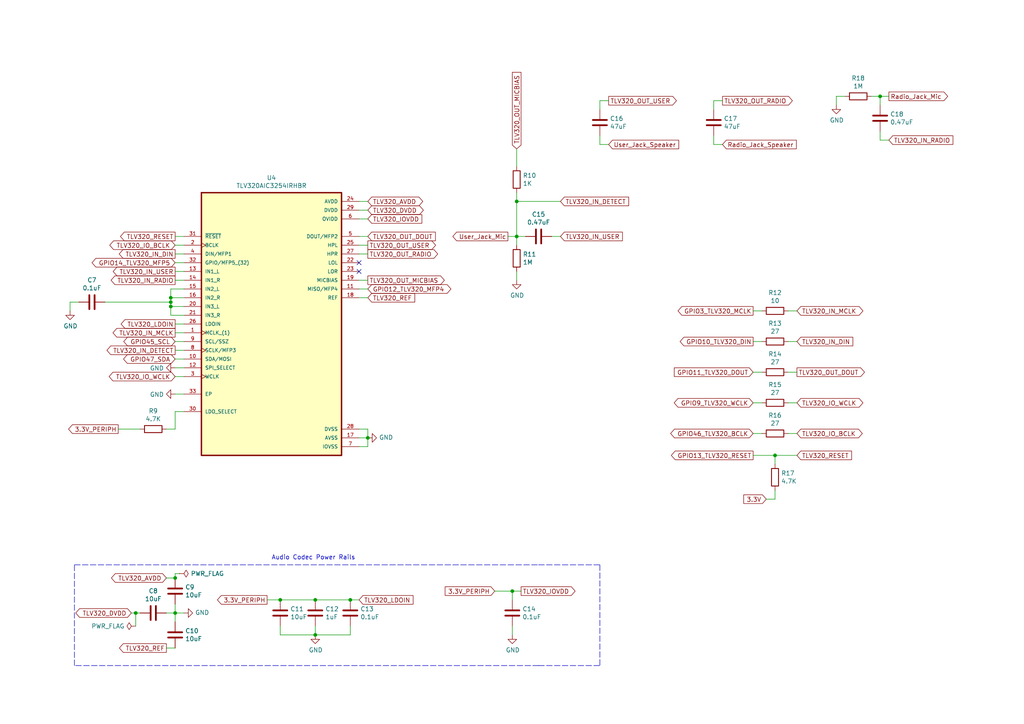
<source format=kicad_sch>
(kicad_sch (version 20211123) (generator eeschema)
  (paper "A4")
  (lib_symbols
    (symbol "Device:C" (pin_numbers hide) (pin_names (offset 0.254))
      (property "Reference" "C" (at 0.635 2.54 0))
      (property "Value" "C" (at 0.635 -2.54 0))
      (symbol "C_0_1"
        (polyline (pts (xy -2.032 -0.762) (xy 2.032 -0.762)) (stroke (width 0.508)))
        (polyline (pts (xy -2.032 0.762) (xy 2.032 0.762)) (stroke (width 0.508)))
      )
      (symbol "C_1_1"
        (pin passive line (at 0 3.81 270) (length 2.794) (name "~") (number "1"))
        (pin passive line (at 0 -3.81 90) (length 2.794) (name "~") (number "2"))
      )
    )
    (symbol "Device:R" (pin_numbers hide) (pin_names (offset 0))
      (property "Reference" "R" (at 2.032 0 90))
      (property "Value" "R" (at 0 0 90))
      (symbol "R_0_1"
        (rectangle (start -1.016 -2.54) (end 1.016 2.54) (stroke (width 0.254)))
      )
      (symbol "R_1_1"
        (pin passive line (at 0 3.81 270) (length 1.27) (name "~") (number "1"))
        (pin passive line (at 0 -3.81 90) (length 1.27) (name "~") (number "2"))
      )
    )
    (symbol "TLV320AIC3254IRHBR:TLV320AIC3254IRHBR" (pin_names (offset 1.016))
      (property "Reference" "U" (at -20.32 39.0906 0))
      (property "Value" "TLV320AIC3254IRHBR" (at -20.32 -42.0878 0))
      (symbol "TLV320AIC3254IRHBR_0_0"
        (rectangle (start -20.32 -38.1) (end 20.32 38.1) (stroke (width 0.4064)) (fill (type background)))
        (pin input clock (at -25.4 -2.54 0) (length 5.08) (name "MCLK_(1)") (number "1"))
        (pin input line (at -25.4 -10.16 0) (length 5.08) (name "SDA/MOSI") (number "10"))
        (pin output line (at 25.4 10.16 180) (length 5.08) (name "MISO/MFP4") (number "11"))
        (pin input line (at -25.4 -12.7 0) (length 5.08) (name "SPI_SELECT") (number "12"))
        (pin input line (at -25.4 15.24 0) (length 5.08) (name "IN1_L") (number "13"))
        (pin input line (at -25.4 12.7 0) (length 5.08) (name "IN1_R") (number "14"))
        (pin input line (at -25.4 10.16 0) (length 5.08) (name "IN2_L") (number "15"))
        (pin input line (at -25.4 7.62 0) (length 5.08) (name "IN2_R") (number "16"))
        (pin power_in line (at 25.4 -33.02 180) (length 5.08) (name "AVSS") (number "17"))
        (pin output line (at 25.4 7.62 180) (length 5.08) (name "REF") (number "18"))
        (pin output line (at 25.4 12.7 180) (length 5.08) (name "MICBIAS") (number "19"))
        (pin input clock (at -25.4 22.86 0) (length 5.08) (name "BCLK") (number "2"))
        (pin input line (at -25.4 5.08 0) (length 5.08) (name "IN3_L") (number "20"))
        (pin input line (at -25.4 2.54 0) (length 5.08) (name "IN3_R") (number "21"))
        (pin output line (at 25.4 17.78 180) (length 5.08) (name "LOL") (number "22"))
        (pin output line (at 25.4 15.24 180) (length 5.08) (name "LOR") (number "23"))
        (pin power_in line (at 25.4 35.56 180) (length 5.08) (name "AVDD") (number "24"))
        (pin output line (at 25.4 22.86 180) (length 5.08) (name "HPL") (number "25"))
        (pin input line (at -25.4 0 0) (length 5.08) (name "LDOIN") (number "26"))
        (pin output line (at 25.4 20.32 180) (length 5.08) (name "HPR") (number "27"))
        (pin power_in line (at 25.4 -30.48 180) (length 5.08) (name "DVSS") (number "28"))
        (pin power_in line (at 25.4 33.02 180) (length 5.08) (name "DVDD") (number "29"))
        (pin input clock (at -25.4 -15.24 0) (length 5.08) (name "WCLK") (number "3"))
        (pin bidirectional line (at -25.4 -25.4 0) (length 5.08) (name "LDO_SELECT") (number "30"))
        (pin input line (at -25.4 25.4 0) (length 5.08) (name "~{RESET}") (number "31"))
        (pin input line (at -25.4 17.78 0) (length 5.08) (name "GPIO/MFP5_(32)") (number "32"))
        (pin bidirectional line (at -25.4 -20.32 0) (length 5.08) (name "EP") (number "33"))
        (pin input line (at -25.4 20.32 0) (length 5.08) (name "DIN/MFP1") (number "4"))
        (pin output line (at 25.4 25.4 180) (length 5.08) (name "DOUT/MFP2") (number "5"))
        (pin power_in line (at 25.4 30.48 180) (length 5.08) (name "OVIDD") (number "6"))
        (pin power_in line (at 25.4 -35.56 180) (length 5.08) (name "IOVSS") (number "7"))
        (pin input clock (at -25.4 -7.62 0) (length 5.08) (name "SCLK/MFP3") (number "8"))
        (pin input line (at -25.4 -5.08 0) (length 5.08) (name "SCL/SSZ") (number "9"))
      )
    )
    (symbol "power:GND" (power) (pin_names (offset 0))
      (property "Value" "GND" (at 0 -3.81 0))
      (symbol "GND_0_1"
        (polyline (pts (xy 0 0) (xy 0 -1.27) (xy 1.27 -1.27) (xy 0 -2.54) (xy -1.27 -1.27) (xy 0 -1.27)))
      )
      (symbol "GND_1_1"
        (pin power_in line (at 0 0 270) (length 0) hide (name "GND") (number "1"))
      )
    )
    (symbol "power:PWR_FLAG" (power) (pin_numbers hide) (pin_names (offset 0) hide)
      (property "Value" "PWR_FLAG" (at 0 3.81 0))
      (symbol "PWR_FLAG_0_0"
        (pin power_out line (at 0 0 90) (length 0) (name "pwr") (number "1"))
      )
      (symbol "PWR_FLAG_0_1"
        (polyline (pts (xy 0 0) (xy 0 1.27) (xy -1.016 1.905) (xy 0 2.54) (xy 1.016 1.905) (xy 0 1.27)))
      )
    )
  )
  (junction (at 49.53 88.9))
  (junction (at 224.79 132.08))
  (junction (at 148.59 171.45))
  (junction (at 50.8 167.64))
  (junction (at 49.53 86.36))
  (junction (at 49.53 87.63))
  (junction (at 39.37 177.8))
  (junction (at 149.86 68.58))
  (junction (at 149.86 58.42))
  (junction (at 50.8 177.8))
  (junction (at 91.44 173.99))
  (junction (at 91.44 184.15))
  (junction (at 101.6 173.99))
  (junction (at 255.27 27.94))
  (junction (at 106.68 127))
  (junction (at 81.28 173.99))
  (no_connect (at 104.14 78.74))
  (no_connect (at 104.14 76.2))
  (wire (pts (xy 255.27 30.48) (xy 255.27 27.94)))
  (wire (pts (xy 50.8 78.74) (xy 53.34 78.74)))
  (wire (pts (xy 106.68 73.66) (xy 104.14 73.66)))
  (wire (pts (xy 104.14 129.54) (xy 106.68 129.54)))
  (wire (pts (xy 148.59 171.45) (xy 151.13 171.45)))
  (wire (pts (xy 101.6 181.61) (xy 101.6 184.15)))
  (wire (pts (xy 162.56 58.42) (xy 149.86 58.42)))
  (wire (pts (xy 104.14 63.5) (xy 106.68 63.5)))
  (wire (pts (xy 207.01 41.91) (xy 209.55 41.91)))
  (wire (pts (xy 104.14 127) (xy 106.68 127)))
  (wire (pts (xy 49.53 86.36) (xy 49.53 87.63)))
  (wire (pts (xy 147.32 68.58) (xy 149.86 68.58)))
  (wire (pts (xy 224.79 144.78) (xy 224.79 142.24)))
  (wire (pts (xy 106.68 129.54) (xy 106.68 127)))
  (wire (pts (xy 222.25 144.78) (xy 224.79 144.78)))
  (polyline (pts (xy 156.21 193.04) (xy 21.59 193.04)))
  (wire (pts (xy 218.44 132.08) (xy 224.79 132.08)))
  (wire (pts (xy 40.64 124.46) (xy 34.29 124.46)))
  (wire (pts (xy 104.14 58.42) (xy 106.68 58.42)))
  (wire (pts (xy 104.14 124.46) (xy 106.68 124.46)))
  (wire (pts (xy 218.44 116.84) (xy 220.98 116.84)))
  (wire (pts (xy 149.86 55.88) (xy 149.86 58.42)))
  (wire (pts (xy 106.68 60.96) (xy 104.14 60.96)))
  (wire (pts (xy 53.34 68.58) (xy 50.8 68.58)))
  (wire (pts (xy 50.8 73.66) (xy 53.34 73.66)))
  (wire (pts (xy 152.4 68.58) (xy 149.86 68.58)))
  (wire (pts (xy 81.28 173.99) (xy 77.47 173.99)))
  (wire (pts (xy 220.98 125.73) (xy 218.44 125.73)))
  (wire (pts (xy 173.99 29.21) (xy 173.99 31.75)))
  (wire (pts (xy 149.86 58.42) (xy 149.86 68.58)))
  (wire (pts (xy 50.8 177.8) (xy 53.34 177.8)))
  (wire (pts (xy 50.8 175.26) (xy 50.8 177.8)))
  (wire (pts (xy 20.32 87.63) (xy 20.32 90.17)))
  (wire (pts (xy 22.86 87.63) (xy 20.32 87.63)))
  (wire (pts (xy 50.8 187.96) (xy 48.26 187.96)))
  (wire (pts (xy 91.44 173.99) (xy 101.6 173.99)))
  (polyline (pts (xy 156.21 193.04) (xy 173.99 193.04)))
  (wire (pts (xy 53.34 83.82) (xy 49.53 83.82)))
  (wire (pts (xy 255.27 40.64) (xy 257.81 40.64)))
  (wire (pts (xy 81.28 184.15) (xy 81.28 181.61)))
  (wire (pts (xy 231.14 116.84) (xy 228.6 116.84)))
  (wire (pts (xy 53.34 106.68) (xy 50.8 106.68)))
  (wire (pts (xy 149.86 43.18) (xy 149.86 48.26)))
  (wire (pts (xy 218.44 99.06) (xy 220.98 99.06)))
  (wire (pts (xy 228.6 125.73) (xy 231.14 125.73)))
  (polyline (pts (xy 156.21 163.83) (xy 173.99 163.83)))
  (wire (pts (xy 39.37 177.8) (xy 38.1 177.8)))
  (wire (pts (xy 53.34 86.36) (xy 49.53 86.36)))
  (wire (pts (xy 228.6 99.06) (xy 231.14 99.06)))
  (wire (pts (xy 231.14 90.17) (xy 228.6 90.17)))
  (wire (pts (xy 143.51 171.45) (xy 148.59 171.45)))
  (wire (pts (xy 148.59 181.61) (xy 148.59 184.15)))
  (wire (pts (xy 173.99 39.37) (xy 173.99 41.91)))
  (wire (pts (xy 149.86 68.58) (xy 149.86 71.12)))
  (wire (pts (xy 104.14 86.36) (xy 106.68 86.36)))
  (polyline (pts (xy 21.59 163.83) (xy 156.21 163.83)))
  (wire (pts (xy 148.59 173.99) (xy 148.59 171.45)))
  (polyline (pts (xy 173.99 163.83) (xy 173.99 193.04)))
  (wire (pts (xy 50.8 99.06) (xy 53.34 99.06)))
  (wire (pts (xy 50.8 93.98) (xy 53.34 93.98)))
  (wire (pts (xy 49.53 87.63) (xy 49.53 88.9)))
  (wire (pts (xy 245.11 27.94) (xy 242.57 27.94)))
  (wire (pts (xy 104.14 173.99) (xy 101.6 173.99)))
  (wire (pts (xy 53.34 119.38) (xy 50.8 119.38)))
  (wire (pts (xy 91.44 184.15) (xy 81.28 184.15)))
  (wire (pts (xy 40.64 177.8) (xy 39.37 177.8)))
  (wire (pts (xy 104.14 83.82) (xy 106.68 83.82)))
  (wire (pts (xy 48.26 124.46) (xy 50.8 124.46)))
  (wire (pts (xy 53.34 81.28) (xy 50.8 81.28)))
  (wire (pts (xy 50.8 167.64) (xy 48.26 167.64)))
  (wire (pts (xy 255.27 27.94) (xy 257.81 27.94)))
  (wire (pts (xy 81.28 173.99) (xy 91.44 173.99)))
  (wire (pts (xy 104.14 71.12) (xy 106.68 71.12)))
  (wire (pts (xy 220.98 90.17) (xy 218.44 90.17)))
  (polyline (pts (xy 21.59 193.04) (xy 21.59 163.83)))
  (wire (pts (xy 30.48 87.63) (xy 49.53 87.63)))
  (wire (pts (xy 160.02 68.58) (xy 162.56 68.58)))
  (wire (pts (xy 104.14 81.28) (xy 106.68 81.28)))
  (wire (pts (xy 50.8 166.37) (xy 50.8 167.64)))
  (wire (pts (xy 53.34 76.2) (xy 50.8 76.2)))
  (wire (pts (xy 255.27 27.94) (xy 252.73 27.94)))
  (wire (pts (xy 101.6 184.15) (xy 91.44 184.15)))
  (wire (pts (xy 50.8 180.34) (xy 50.8 177.8)))
  (wire (pts (xy 224.79 134.62) (xy 224.79 132.08)))
  (wire (pts (xy 53.34 88.9) (xy 49.53 88.9)))
  (wire (pts (xy 48.26 177.8) (xy 50.8 177.8)))
  (wire (pts (xy 220.98 107.95) (xy 218.44 107.95)))
  (wire (pts (xy 106.68 124.46) (xy 106.68 127)))
  (wire (pts (xy 39.37 181.61) (xy 39.37 177.8)))
  (wire (pts (xy 53.34 71.12) (xy 50.8 71.12)))
  (wire (pts (xy 53.34 101.6) (xy 50.8 101.6)))
  (wire (pts (xy 52.07 166.37) (xy 50.8 166.37)))
  (wire (pts (xy 173.99 41.91) (xy 176.53 41.91)))
  (wire (pts (xy 49.53 88.9) (xy 49.53 91.44)))
  (wire (pts (xy 53.34 109.22) (xy 50.8 109.22)))
  (wire (pts (xy 49.53 91.44) (xy 53.34 91.44)))
  (wire (pts (xy 224.79 132.08) (xy 231.14 132.08)))
  (wire (pts (xy 149.86 81.28) (xy 149.86 78.74)))
  (wire (pts (xy 106.68 68.58) (xy 104.14 68.58)))
  (wire (pts (xy 255.27 38.1) (xy 255.27 40.64)))
  (wire (pts (xy 228.6 107.95) (xy 231.14 107.95)))
  (wire (pts (xy 53.34 114.3) (xy 50.8 114.3)))
  (wire (pts (xy 176.53 29.21) (xy 173.99 29.21)))
  (wire (pts (xy 207.01 29.21) (xy 207.01 31.75)))
  (wire (pts (xy 207.01 39.37) (xy 207.01 41.91)))
  (wire (pts (xy 53.34 104.14) (xy 50.8 104.14)))
  (wire (pts (xy 49.53 83.82) (xy 49.53 86.36)))
  (wire (pts (xy 91.44 184.15) (xy 91.44 181.61)))
  (wire (pts (xy 50.8 124.46) (xy 50.8 119.38)))
  (wire (pts (xy 209.55 29.21) (xy 207.01 29.21)))
  (wire (pts (xy 53.34 96.52) (xy 50.8 96.52)))
  (wire (pts (xy 242.57 27.94) (xy 242.57 30.48)))
  (text "Audio Codec Power Rails" (at 78.74 162.56 0) (effects (font (size 1.27 1.27)) (justify left bottom)))
  (global_label "TLV320_IN_USER" (shape input) (at 162.56 68.58 0) (property "Intersheet References" "${INTERSHEET_REFS}" (effects hide)))
  (global_label "TLV320_IN_MCLK" (shape bidirectional) (at 231.14 90.17 0) (property "Intersheet References" "${INTERSHEET_REFS}" (effects hide)))
  (global_label "GPIO13_TLV320_RESET" (shape output) (at 218.44 132.08 180) (property "Intersheet References" "${INTERSHEET_REFS}" (effects hide)))
  (global_label "TLV320_AVDD" (shape bidirectional) (at 106.68 58.42 0) (property "Intersheet References" "${INTERSHEET_REFS}" (effects hide)))
  (global_label "User_Jack_Mic" (shape output) (at 147.32 68.58 180) (property "Intersheet References" "${INTERSHEET_REFS}" (effects hide)))
  (global_label "TLV320_IO_BCLK" (shape bidirectional) (at 50.8 71.12 180) (property "Intersheet References" "${INTERSHEET_REFS}" (effects hide)))
  (global_label "Radio_Jack_Speaker" (shape input) (at 209.55 41.91 0) (property "Intersheet References" "${INTERSHEET_REFS}" (effects hide)))
  (global_label "TLV320_IO_BCLK" (shape bidirectional) (at 231.14 125.73 0) (property "Intersheet References" "${INTERSHEET_REFS}" (effects hide)))
  (global_label "TLV320_OUT_USER" (shape output) (at 106.68 71.12 0) (property "Intersheet References" "${INTERSHEET_REFS}" (effects hide)))
  (global_label "3.3V" (shape input) (at 222.25 144.78 180) (property "Intersheet References" "${INTERSHEET_REFS}" (effects hide)))
  (global_label "TLV320_RESET" (shape input) (at 231.14 132.08 0) (property "Intersheet References" "${INTERSHEET_REFS}" (effects hide)))
  (global_label "TLV320_REF" (shape output) (at 48.26 187.96 180) (property "Intersheet References" "${INTERSHEET_REFS}" (effects hide)))
  (global_label "TLV320_IN_MCLK" (shape output) (at 50.8 96.52 180) (property "Intersheet References" "${INTERSHEET_REFS}" (effects hide)))
  (global_label "TLV320_LDOIN" (shape output) (at 50.8 93.98 180) (property "Intersheet References" "${INTERSHEET_REFS}" (effects hide)))
  (global_label "GPIO9_TLV320_WCLK" (shape bidirectional) (at 218.44 116.84 180) (property "Intersheet References" "${INTERSHEET_REFS}" (effects hide)))
  (global_label "TLV320_REF" (shape input) (at 106.68 86.36 0) (property "Intersheet References" "${INTERSHEET_REFS}" (effects hide)))
  (global_label "TLV320_IN_DETECT" (shape input) (at 162.56 58.42 0) (property "Intersheet References" "${INTERSHEET_REFS}" (effects hide)))
  (global_label "GPIO46_TLV320_BCLK" (shape bidirectional) (at 218.44 125.73 180) (property "Intersheet References" "${INTERSHEET_REFS}" (effects hide)))
  (global_label "TLV320_IOVDD" (shape output) (at 151.13 171.45 0) (property "Intersheet References" "${INTERSHEET_REFS}" (effects hide)))
  (global_label "TLV320_RESET" (shape output) (at 50.8 68.58 180) (property "Intersheet References" "${INTERSHEET_REFS}" (effects hide)))
  (global_label "GPIO47_SDA" (shape bidirectional) (at 50.8 104.14 180) (property "Intersheet References" "${INTERSHEET_REFS}" (effects hide)))
  (global_label "TLV320_IO_WCLK" (shape bidirectional) (at 231.14 116.84 0) (property "Intersheet References" "${INTERSHEET_REFS}" (effects hide)))
  (global_label "GPIO14_TLV320_MFP5" (shape bidirectional) (at 50.8 76.2 180) (property "Intersheet References" "${INTERSHEET_REFS}" (effects hide)))
  (global_label "TLV320_DVDD" (shape bidirectional) (at 38.1 177.8 180) (property "Intersheet References" "${INTERSHEET_REFS}" (effects hide)))
  (global_label "GPIO45_SCL" (shape bidirectional) (at 50.8 99.06 180) (property "Intersheet References" "${INTERSHEET_REFS}" (effects hide)))
  (global_label "TLV320_IN_DIN" (shape output) (at 50.8 73.66 180) (property "Intersheet References" "${INTERSHEET_REFS}" (effects hide)))
  (global_label "TLV320_OUT_USER" (shape output) (at 176.53 29.21 0) (property "Intersheet References" "${INTERSHEET_REFS}" (effects hide)))
  (global_label "TLV320_OUT_MICBIAS" (shape output) (at 106.68 81.28 0) (property "Intersheet References" "${INTERSHEET_REFS}" (effects hide)))
  (global_label "GPIO3_TLV320_MCLK" (shape output) (at 218.44 90.17 180) (property "Intersheet References" "${INTERSHEET_REFS}" (effects hide)))
  (global_label "TLV320_IN_RADIO" (shape input) (at 257.81 40.64 0) (property "Intersheet References" "${INTERSHEET_REFS}" (effects hide)))
  (global_label "TLV320_IO_WCLK" (shape bidirectional) (at 50.8 109.22 180) (property "Intersheet References" "${INTERSHEET_REFS}" (effects hide)))
  (global_label "TLV320_IOVDD" (shape input) (at 106.68 63.5 0) (property "Intersheet References" "${INTERSHEET_REFS}" (effects hide)))
  (global_label "Radio_Jack_Mic" (shape output) (at 257.81 27.94 0) (property "Intersheet References" "${INTERSHEET_REFS}" (effects hide)))
  (global_label "TLV320_OUT_DOUT" (shape input) (at 106.68 68.58 0) (property "Intersheet References" "${INTERSHEET_REFS}" (effects hide)))
  (global_label "TLV320_OUT_DOUT" (shape output) (at 231.14 107.95 0) (property "Intersheet References" "${INTERSHEET_REFS}" (effects hide)))
  (global_label "3.3V_PERIPH" (shape output) (at 34.29 124.46 180) (property "Intersheet References" "${INTERSHEET_REFS}" (effects hide)))
  (global_label "TLV320_IN_USER" (shape output) (at 50.8 78.74 180) (property "Intersheet References" "${INTERSHEET_REFS}" (effects hide)))
  (global_label "3.3V_PERIPH" (shape output) (at 77.47 173.99 180) (property "Intersheet References" "${INTERSHEET_REFS}" (effects hide)))
  (global_label "TLV320_DVDD" (shape bidirectional) (at 106.68 60.96 0) (property "Intersheet References" "${INTERSHEET_REFS}" (effects hide)))
  (global_label "TLV320_IN_RADIO" (shape output) (at 50.8 81.28 180) (property "Intersheet References" "${INTERSHEET_REFS}" (effects hide)))
  (global_label "TLV320_OUT_MICBIAS" (shape input) (at 149.86 43.18 90) (property "Intersheet References" "${INTERSHEET_REFS}" (effects hide)))
  (global_label "User_Jack_Speaker" (shape input) (at 176.53 41.91 0) (property "Intersheet References" "${INTERSHEET_REFS}" (effects hide)))
  (global_label "TLV320_IN_DETECT" (shape output) (at 50.8 101.6 180) (property "Intersheet References" "${INTERSHEET_REFS}" (effects hide)))
  (global_label "GPIO11_TLV320_DOUT" (shape input) (at 218.44 107.95 180) (property "Intersheet References" "${INTERSHEET_REFS}" (effects hide)))
  (global_label "GPIO10_TLV320_DIN" (shape output) (at 218.44 99.06 180) (property "Intersheet References" "${INTERSHEET_REFS}" (effects hide)))
  (global_label "TLV320_IN_DIN" (shape input) (at 231.14 99.06 0) (property "Intersheet References" "${INTERSHEET_REFS}" (effects hide)))
  (global_label "TLV320_LDOIN" (shape input) (at 104.14 173.99 0) (property "Intersheet References" "${INTERSHEET_REFS}" (effects hide)))
  (global_label "TLV320_AVDD" (shape bidirectional) (at 48.26 167.64 180) (property "Intersheet References" "${INTERSHEET_REFS}" (effects hide)))
  (global_label "TLV320_OUT_RADIO" (shape output) (at 209.55 29.21 0) (property "Intersheet References" "${INTERSHEET_REFS}" (effects hide)))
  (global_label "TLV320_OUT_RADIO" (shape output) (at 106.68 73.66 0) (property "Intersheet References" "${INTERSHEET_REFS}" (effects hide)))
  (global_label "GPIO12_TLV320_MFP4" (shape bidirectional) (at 106.68 83.82 0) (property "Intersheet References" "${INTERSHEET_REFS}" (effects hide)))
  (global_label "3.3V_PERIPH" (shape input) (at 143.51 171.45 180) (property "Intersheet References" "${INTERSHEET_REFS}" (effects hide)))
  (symbol (lib_id "Device:C") (at 91.44 177.8 0) (unit 1)
    (property "Reference" "C12" (at 94.361 176.6316 0) (effects (justify left)))
    (property "Value" "1uF" (at 94.361 178.943 0) (effects (justify left)))
    (property "Footprint" "Capacitor_SMD:C_0402_1005Metric" (effects hide))
    (property "Datasheet" "https://datasheet.lcsc.com/lcsc/1810191214_Samsung-Electro-Mechanics-CL05A105KP5NNNC_C14445.pdf" (effects hide))
    (property "LCSC" "C14445" (effects hide))
  )
  (symbol (lib_id "Device:R") (at 149.86 52.07 0) (unit 1)
    (property "Reference" "R10" (at 151.638 50.9016 0) (effects (justify left)))
    (property "Value" "1K" (at 151.638 53.213 0) (effects (justify left)))
    (property "Footprint" "Resistor_SMD:R_0402_1005Metric" (effects hide))
    (property "Datasheet" "https://datasheet.lcsc.com/lcsc/2110260430_UNI-ROYAL-Uniroyal-Elec-0402WGF1021TCE_C85373.pdf" (effects hide))
    (property "LCSC" "C85373" (effects hide))
  )
  (symbol (lib_id "power:GND") (at 242.57 30.48 0) (unit 1)
    (property "Reference" "#PWR020" (effects hide))
    (property "Value" "GND" (at 242.697 34.8742 0))
  )
  (symbol (lib_id "power:PWR_FLAG") (at 39.37 181.61 90) (unit 1)
    (property "Reference" "#FLG03" (effects hide))
    (property "Value" "PWR_FLAG" (at 36.1442 181.61 90) (effects (justify left)))
  )
  (symbol (lib_id "Device:R") (at 224.79 125.73 270) (unit 1)
    (property "Reference" "R16" (at 224.79 120.4722 90))
    (property "Value" "27" (at 224.79 122.7836 90))
    (property "Footprint" "Resistor_SMD:R_0402_1005Metric" (effects hide))
    (property "Datasheet" "https://datasheet.lcsc.com/lcsc/2110260230_UNI-ROYAL-Uniroyal-Elec-0402WGF274JTCE_C31439.pdf" (effects hide))
    (property "LCSC" "C31439" (effects hide))
  )
  (symbol (lib_id "TLV320AIC3254IRHBR:TLV320AIC3254IRHBR") (at 78.74 93.98 0) (unit 1)
    (property "Reference" "U4" (at 78.74 51.562 0))
    (property "Value" "TLV320AIC3254IRHBR" (at 78.74 53.8734 0))
    (property "Footprint" "ezDV_production:IC_ADS125H01IRHBT" (effects hide))
    (property "Datasheet" "https://www.ti.com/cn/lit/ds/symlink/tlv320aic3254.pdf?ts=1651153824042" (effects hide))
    (property "LCSC" "C9925" (effects hide))
  )
  (symbol (lib_id "power:GND") (at 20.32 90.17 0) (unit 1)
    (property "Reference" "#PWR012" (effects hide))
    (property "Value" "GND" (at 20.447 94.5642 0))
  )
  (symbol (lib_id "Device:C") (at 156.21 68.58 90) (unit 1)
    (property "Reference" "C15" (at 156.21 62.1792 90))
    (property "Value" "0.47uF" (at 156.21 64.4906 90))
    (property "Footprint" "Capacitor_SMD:C_0402_1005Metric" (effects hide))
    (property "Datasheet" "https://datasheet.lcsc.com/lcsc/1810191214_Samsung-Electro-Mechanics-CL05A474KP5NNNC-_C47339.pdf" (effects hide))
    (property "LCSC" "C47339" (effects hide))
  )
  (symbol (lib_id "Device:R") (at 224.79 138.43 0) (unit 1)
    (property "Reference" "R17" (at 226.568 137.2616 0) (effects (justify left)))
    (property "Value" "4.7K" (at 226.568 139.573 0) (effects (justify left)))
    (property "Footprint" "Resistor_SMD:R_0603_1608Metric" (effects hide))
    (property "Datasheet" "https://datasheet.lcsc.com/lcsc/1810231411_YAGEO-RC0603FR-074K7L_C99782.pdf" (effects hide))
    (property "LCSC" "C99782" (effects hide))
  )
  (symbol (lib_id "power:GND") (at 53.34 177.8 90) (unit 1)
    (property "Reference" "#PWR015" (effects hide))
    (property "Value" "GND" (at 56.5912 177.673 90) (effects (justify right)))
  )
  (symbol (lib_id "Device:R") (at 224.79 90.17 270) (unit 1)
    (property "Reference" "R12" (at 224.79 84.9122 90))
    (property "Value" "10" (at 224.79 87.2236 90))
    (property "Footprint" "Resistor_SMD:R_0402_1005Metric" (effects hide))
    (property "Datasheet" "https://datasheet.lcsc.com/lcsc/2110252230_UNI-ROYAL-Uniroyal-Elec-0402WGF100JTCE_C25077.pdf" (effects hide))
    (property "LCSC" "C25077" (effects hide))
  )
  (symbol (lib_id "Device:C") (at 50.8 171.45 0) (unit 1)
    (property "Reference" "C9" (at 53.721 170.2816 0) (effects (justify left)))
    (property "Value" "10uF" (at 53.721 172.593 0) (effects (justify left)))
    (property "Footprint" "Capacitor_SMD:C_0402_1005Metric" (effects hide))
    (property "Datasheet" "https://datasheet.lcsc.com/lcsc/2007131004_Samsung-Electro-Mechanics-CL05A106MP5NUNC_C315248.pdf" (effects hide))
    (property "LCSC" "C315248" (effects hide))
  )
  (symbol (lib_id "Device:C") (at 207.01 35.56 0) (unit 1)
    (property "Reference" "C17" (at 209.931 34.3916 0) (effects (justify left)))
    (property "Value" "47uF" (at 209.931 36.703 0) (effects (justify left)))
    (property "Footprint" "Capacitor_SMD:C_0603_1608Metric" (effects hide))
    (property "Datasheet" "https://datasheet.lcsc.com/lcsc/1811081617_Murata-Electronics-GRM188R60J476ME15D_C140782.pdf" (effects hide))
    (property "LCSC" "C140782" (effects hide))
  )
  (symbol (lib_id "Device:C") (at 173.99 35.56 0) (unit 1)
    (property "Reference" "C16" (at 176.911 34.3916 0) (effects (justify left)))
    (property "Value" "47uF" (at 176.911 36.703 0) (effects (justify left)))
    (property "Footprint" "Capacitor_SMD:C_0603_1608Metric" (effects hide))
    (property "Datasheet" "https://datasheet.lcsc.com/lcsc/1811081617_Murata-Electronics-GRM188R60J476ME15D_C140782.pdf" (effects hide))
    (property "LCSC" "C140782" (effects hide))
  )
  (symbol (lib_id "Device:C") (at 148.59 177.8 0) (unit 1)
    (property "Reference" "C14" (at 151.511 176.6316 0) (effects (justify left)))
    (property "Value" "0.1uF" (at 151.511 178.943 0) (effects (justify left)))
    (property "Footprint" "Capacitor_SMD:C_0402_1005Metric" (effects hide))
    (property "Datasheet" "https://datasheet.lcsc.com/lcsc/1810191219_Samsung-Electro-Mechanics-CL05B104KO5NNNC_C1525.pdf" (effects hide))
    (property "LCSC" "C1525" (effects hide))
  )
  (symbol (lib_id "Device:R") (at 44.45 124.46 90) (unit 1)
    (property "Reference" "R9" (at 44.45 119.2022 90))
    (property "Value" "4.7K" (at 44.45 121.5136 90))
    (property "Footprint" "Resistor_SMD:R_0402_1005Metric" (effects hide))
    (property "Datasheet" "https://datasheet.lcsc.com/lcsc/2110260030_UNI-ROYAL-Uniroyal-Elec-0402WGF4701TCE_C25900.pdf" (effects hide))
    (property "LCSC" "C25900" (effects hide))
  )
  (symbol (lib_id "power:GND") (at 148.59 184.15 0) (unit 1)
    (property "Reference" "#PWR018" (effects hide))
    (property "Value" "GND" (at 148.717 188.5442 0))
  )
  (symbol (lib_id "Device:C") (at 255.27 34.29 0) (unit 1)
    (property "Reference" "C18" (at 258.191 33.1216 0) (effects (justify left)))
    (property "Value" "0.47uF" (at 258.191 35.433 0) (effects (justify left)))
    (property "Footprint" "Capacitor_SMD:C_0402_1005Metric" (effects hide))
    (property "Datasheet" "https://datasheet.lcsc.com/lcsc/1810191214_Samsung-Electro-Mechanics-CL05A474KP5NNNC-_C47339.pdf" (effects hide))
    (property "LCSC" "C47339" (effects hide))
  )
  (symbol (lib_id "Device:R") (at 248.92 27.94 270) (unit 1)
    (property "Reference" "R18" (at 248.92 22.6822 90))
    (property "Value" "1M" (at 248.92 24.9936 90))
    (property "Footprint" "Resistor_SMD:R_0603_1608Metric" (effects hide))
    (property "Datasheet" "https://datasheet.lcsc.com/lcsc/2110252030_UNI-ROYAL-Uniroyal-Elec-0603WAF1004T5E_C22935.pdf" (effects hide))
    (property "LCSC" "C22935" (effects hide))
  )
  (symbol (lib_id "Device:C") (at 50.8 184.15 0) (unit 1)
    (property "Reference" "C10" (at 53.721 182.9816 0) (effects (justify left)))
    (property "Value" "10uF" (at 53.721 185.293 0) (effects (justify left)))
    (property "Footprint" "Capacitor_SMD:C_0402_1005Metric" (effects hide))
    (property "Datasheet" "https://datasheet.lcsc.com/lcsc/2007131004_Samsung-Electro-Mechanics-CL05A106MP5NUNC_C315248.pdf" (effects hide))
    (property "LCSC" "C315248" (effects hide))
  )
  (symbol (lib_id "Device:C") (at 101.6 177.8 0) (unit 1)
    (property "Reference" "C13" (at 104.521 176.6316 0) (effects (justify left)))
    (property "Value" "0.1uF" (at 104.521 178.943 0) (effects (justify left)))
    (property "Footprint" "Capacitor_SMD:C_0402_1005Metric" (effects hide))
    (property "Datasheet" "https://datasheet.lcsc.com/lcsc/1810191219_Samsung-Electro-Mechanics-CL05B104KO5NNNC_C1525.pdf" (effects hide))
    (property "LCSC" "C1525" (effects hide))
  )
  (symbol (lib_id "power:GND") (at 106.68 127 90) (unit 1)
    (property "Reference" "#PWR017" (effects hide))
    (property "Value" "GND" (at 109.9312 126.873 90) (effects (justify right)))
  )
  (symbol (lib_id "Device:R") (at 224.79 107.95 270) (unit 1)
    (property "Reference" "R14" (at 224.79 102.6922 90))
    (property "Value" "27" (at 224.79 105.0036 90))
    (property "Footprint" "Resistor_SMD:R_0402_1005Metric" (effects hide))
    (property "Datasheet" "https://datasheet.lcsc.com/lcsc/2110260230_UNI-ROYAL-Uniroyal-Elec-0402WGF274JTCE_C31439.pdf" (effects hide))
    (property "LCSC" "C31439" (effects hide))
  )
  (symbol (lib_id "power:GND") (at 91.44 184.15 0) (unit 1)
    (property "Reference" "#PWR016" (effects hide))
    (property "Value" "GND" (at 91.567 188.5442 0))
  )
  (symbol (lib_id "power:GND") (at 50.8 114.3 270) (unit 1)
    (property "Reference" "#PWR014" (effects hide))
    (property "Value" "GND" (at 47.5488 114.427 90) (effects (justify right)))
  )
  (symbol (lib_id "Device:R") (at 224.79 116.84 270) (unit 1)
    (property "Reference" "R15" (at 224.79 111.5822 90))
    (property "Value" "27" (at 224.79 113.8936 90))
    (property "Footprint" "Resistor_SMD:R_0402_1005Metric" (effects hide))
    (property "Datasheet" "https://datasheet.lcsc.com/lcsc/2110260230_UNI-ROYAL-Uniroyal-Elec-0402WGF274JTCE_C31439.pdf" (effects hide))
    (property "LCSC" "C31439" (effects hide))
  )
  (symbol (lib_id "Device:R") (at 224.79 99.06 270) (unit 1)
    (property "Reference" "R13" (at 224.79 93.8022 90))
    (property "Value" "27" (at 224.79 96.1136 90))
    (property "Footprint" "Resistor_SMD:R_0402_1005Metric" (effects hide))
    (property "Datasheet" "https://datasheet.lcsc.com/lcsc/2110260230_UNI-ROYAL-Uniroyal-Elec-0402WGF274JTCE_C31439.pdf" (effects hide))
    (property "LCSC" "C31439" (effects hide))
  )
  (symbol (lib_id "Device:C") (at 26.67 87.63 270) (unit 1)
    (property "Reference" "C7" (at 26.67 81.2292 90))
    (property "Value" "0.1uF" (at 26.67 83.5406 90))
    (property "Footprint" "Capacitor_SMD:C_0402_1005Metric" (effects hide))
    (property "Datasheet" "https://datasheet.lcsc.com/lcsc/1810191219_Samsung-Electro-Mechanics-CL05B104KO5NNNC_C1525.pdf" (effects hide))
    (property "LCSC" "C1525" (effects hide))
  )
  (symbol (lib_id "Device:C") (at 81.28 177.8 0) (unit 1)
    (property "Reference" "C11" (at 84.201 176.6316 0) (effects (justify left)))
    (property "Value" "10uF" (at 84.201 178.943 0) (effects (justify left)))
    (property "Footprint" "Capacitor_SMD:C_0402_1005Metric" (effects hide))
    (property "Datasheet" "https://datasheet.lcsc.com/lcsc/2007131004_Samsung-Electro-Mechanics-CL05A106MP5NUNC_C315248.pdf" (effects hide))
    (property "LCSC" "C315248" (effects hide))
  )
  (symbol (lib_id "power:PWR_FLAG") (at 52.07 166.37 270) (unit 1)
    (property "Reference" "#FLG04" (effects hide))
    (property "Value" "PWR_FLAG" (at 55.3212 166.37 90) (effects (justify left)))
  )
  (symbol (lib_id "Device:C") (at 44.45 177.8 270) (unit 1)
    (property "Reference" "C8" (at 44.45 171.3992 90))
    (property "Value" "10uF" (at 44.45 173.7106 90))
    (property "Footprint" "Capacitor_SMD:C_0402_1005Metric" (effects hide))
    (property "Datasheet" "https://datasheet.lcsc.com/lcsc/2007131004_Samsung-Electro-Mechanics-CL05A106MP5NUNC_C315248.pdf" (effects hide))
    (property "LCSC" "C315248" (effects hide))
  )
  (symbol (lib_id "Device:R") (at 149.86 74.93 0) (unit 1)
    (property "Reference" "R11" (at 151.638 73.7616 0) (effects (justify left)))
    (property "Value" "1M" (at 151.638 76.073 0) (effects (justify left)))
    (property "Footprint" "Resistor_SMD:R_0603_1608Metric" (effects hide))
    (property "Datasheet" "https://datasheet.lcsc.com/lcsc/2110252030_UNI-ROYAL-Uniroyal-Elec-0603WAF1004T5E_C22935.pdf" (effects hide))
    (property "LCSC" "C22935" (effects hide))
  )
  (symbol (lib_id "power:GND") (at 149.86 81.28 0) (unit 1)
    (property "Reference" "#PWR019" (effects hide))
    (property "Value" "GND" (at 149.987 85.6742 0))
  )
  (symbol (lib_id "power:GND") (at 50.8 106.68 270) (unit 1)
    (property "Reference" "#PWR013" (effects hide))
    (property "Value" "GND" (at 47.5488 106.807 90) (effects (justify right)))
  )
)
</source>
